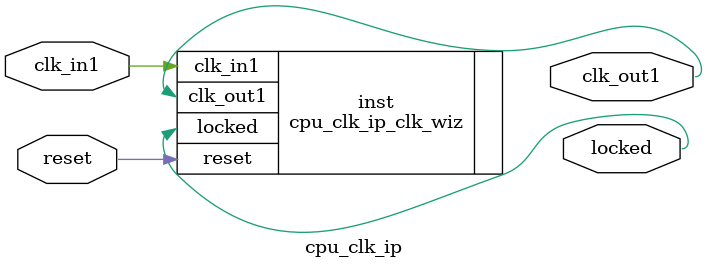
<source format=v>


`timescale 1ps/1ps

(* CORE_GENERATION_INFO = "cpu_clk_ip,clk_wiz_v5_3_1,{component_name=cpu_clk_ip,use_phase_alignment=true,use_min_o_jitter=false,use_max_i_jitter=false,use_dyn_phase_shift=false,use_inclk_switchover=false,use_dyn_reconfig=false,enable_axi=0,feedback_source=FDBK_AUTO,PRIMITIVE=MMCM,num_out_clk=1,clkin1_period=10.0,clkin2_period=10.0,use_power_down=false,use_reset=true,use_locked=true,use_inclk_stopped=false,feedback_type=SINGLE,CLOCK_MGR_TYPE=NA,manual_override=false}" *)

module cpu_clk_ip 
 (
 // Clock in ports
  input         clk_in1,
  // Clock out ports
  output        clk_out1,
  // Status and control signals
  input         reset,
  output        locked
 );

  cpu_clk_ip_clk_wiz inst
  (
 // Clock in ports
  .clk_in1(clk_in1),
  // Clock out ports  
  .clk_out1(clk_out1),
  // Status and control signals               
  .reset(reset), 
  .locked(locked)            
  );

endmodule

</source>
